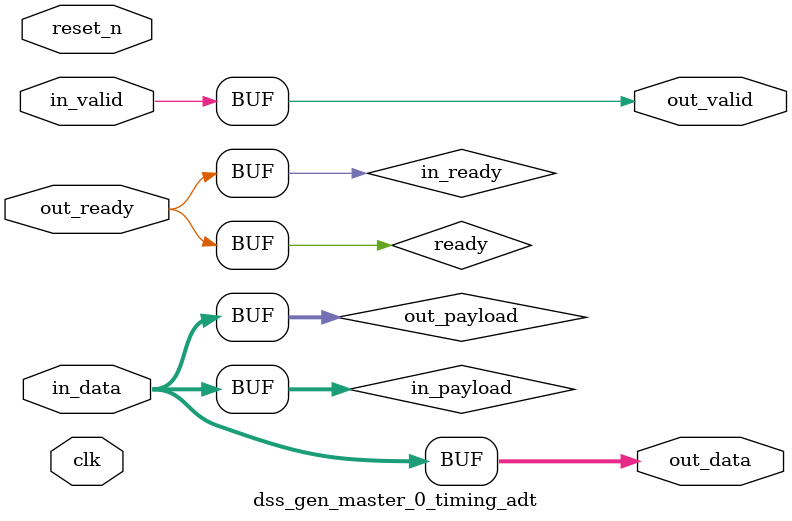
<source format=v>

`timescale 1ns / 100ps
module dss_gen_master_0_timing_adt (
    
      // Interface: clk
      input              clk,
      // Interface: reset
      input              reset_n,
      // Interface: in
      input              in_valid,
      input      [ 7: 0] in_data,
      // Interface: out
      output reg         out_valid,
      output reg [ 7: 0] out_data,
      input              out_ready
);




   // ---------------------------------------------------------------------
   //| Signal Declarations
   // ---------------------------------------------------------------------

   reg  [ 7: 0] in_payload;
   reg  [ 7: 0] out_payload;
   reg  [ 0: 0] ready;
   reg          in_ready;
   // synthesis translate_off
   always @(negedge in_ready) begin
      $display("%m: The downstream component is backpressuring by deasserting ready, but the upstream component can't be backpressured.");
   end
   // synthesis translate_on   


   // ---------------------------------------------------------------------
   //| Payload Mapping
   // ---------------------------------------------------------------------
   always @* begin
     in_payload = {in_data};
     {out_data} = out_payload;
   end

   // ---------------------------------------------------------------------
   //| Ready & valid signals.
   // ---------------------------------------------------------------------
   always @* begin
     ready[0] = out_ready;
     out_valid = in_valid;
     out_payload = in_payload;
     in_ready = ready[0];
   end




endmodule


</source>
